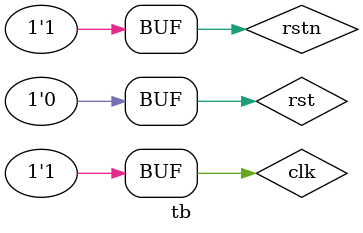
<source format=v>
`timescale 1ns / 1ps

module tb;

  reg clk;
  wire m00_axi_error_0;
  wire itx;
  wire initial_tx_0;
  reg rst;
  reg rstn;

initial begin
	rst <= 1;
	rstn <= 0;
	#(22)
		;
	rst <= 0;
	rstn <= 1;
end

always begin
	clk <= 0;
	#(4)
		;
	clk <= 1;
	#(4)
		;
end

  test_axi_i test_axi_i_i
       (.clk(clk),
        .itx(itx),
        .initial_tx_0(initial_tx_0),
        .m00_axi_error_0(m00_axi_error_0),
        .rst(rst),
        .rstn(rstn));
    
endmodule

</source>
